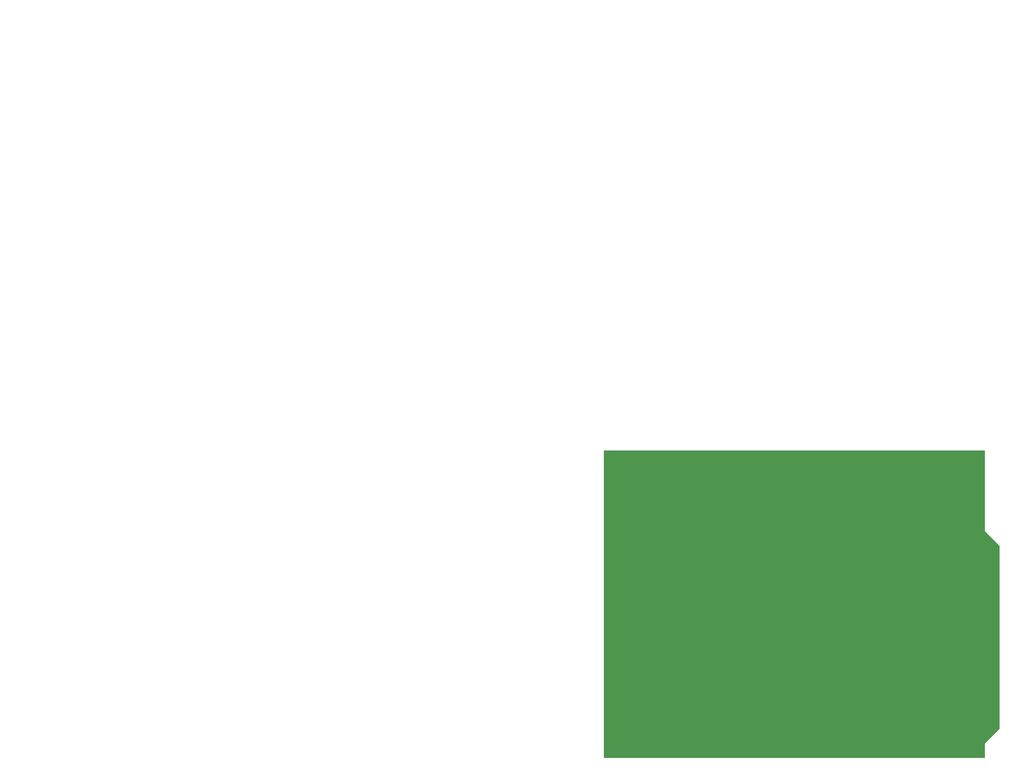
<source format=gbr>
G04 #@! TF.FileFunction,Profile,NP*
%FSLAX46Y46*%
G04 Gerber Fmt 4.6, Leading zero omitted, Abs format (unit mm)*
G04 Created by KiCad (PCBNEW 4.0.2+e4-6225~38~ubuntu16.04.1-stable) date Thu 11 Aug 2016 11:22:14 PM PDT*
%MOMM*%
G01*
G04 APERTURE LIST*
%ADD10C,0.100000*%
%ADD11C,0.150000*%
G04 APERTURE END LIST*
D10*
D11*
G36*
X100330000Y-128270000D01*
X100330000Y-74930000D01*
X166370000Y-74930000D01*
X166370000Y-88900000D01*
X168910000Y-91440000D01*
X168910000Y-123190000D01*
X166370000Y-125730000D01*
X166370000Y-128270000D01*
G37*
M02*

</source>
